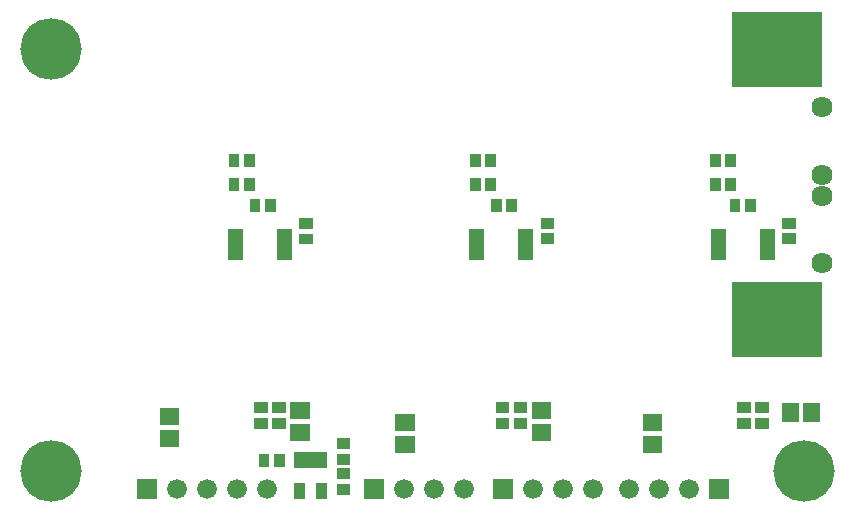
<source format=gbr>
G04 start of page 9 for group -4062 idx -4062 *
G04 Title: power, soldermask *
G04 Creator: pcb 20140316 *
G04 CreationDate: Tue 06 Jun 2017 06:55:07 AM GMT UTC *
G04 For: brian *
G04 Format: Gerber/RS-274X *
G04 PCB-Dimensions (mil): 6000.00 5000.00 *
G04 PCB-Coordinate-Origin: lower left *
%MOIN*%
%FSLAX25Y25*%
%LNBOTTOMMASK*%
%ADD118R,0.2500X0.2500*%
%ADD117R,0.0285X0.0285*%
%ADD116R,0.0380X0.0380*%
%ADD115R,0.0355X0.0355*%
%ADD114R,0.0572X0.0572*%
%ADD113C,0.0705*%
%ADD112C,0.2050*%
%ADD111C,0.0660*%
%ADD110C,0.0001*%
%ADD109C,0.0010*%
G54D109*X192827Y429905D03*
X197551D03*
X202276D03*
X192827Y425181D03*
Y420456D03*
Y415732D03*
X197551Y425181D03*
Y420456D03*
Y415732D03*
Y411008D03*
X202276D03*
X207000D03*
X211724D03*
X207000Y429905D03*
X211724D03*
X216449D03*
X221173D03*
X202276Y425181D03*
Y420456D03*
X207000D03*
X211724D03*
X216449D03*
X221173D03*
X207000Y425181D03*
X211724D03*
X216449D03*
X221173D03*
X202276Y415732D03*
X207000D03*
X211724D03*
X216449D03*
X221173D03*
Y411008D03*
X216449D03*
X192827D03*
Y365905D03*
Y347008D03*
G54D110*G36*
X195200Y279800D02*Y273200D01*
X201800D01*
Y279800D01*
X195200D01*
G37*
G54D111*X208500Y276500D03*
X218500D03*
X228500D03*
G54D109*X197551Y365905D03*
X202276D03*
X207000D03*
X211724D03*
X216449D03*
X221173D03*
X202276Y361181D03*
Y356456D03*
X207000D03*
X211724D03*
X216449D03*
X221173D03*
X207000Y361181D03*
X211724D03*
X216449D03*
X221173D03*
X192827D03*
Y356456D03*
Y351732D03*
X197551Y361181D03*
Y356456D03*
Y351732D03*
X202276D03*
X207000D03*
X211724D03*
X216449D03*
X221173D03*
X197551Y347008D03*
X202276D03*
X207000D03*
X211724D03*
X216449D03*
X221173D03*
X273327Y429905D03*
X278051D03*
X282776D03*
X273327Y425181D03*
Y420456D03*
Y415732D03*
X278051Y425181D03*
Y420456D03*
Y415732D03*
Y411008D03*
X282776D03*
X287500D03*
X292224D03*
X287500Y429905D03*
X292224D03*
X296949D03*
X301673D03*
X282776Y425181D03*
Y420456D03*
X287500D03*
X292224D03*
X296949D03*
X301673D03*
X287500Y425181D03*
X292224D03*
X296949D03*
X301673D03*
X282776Y415732D03*
X287500D03*
X292224D03*
X296949D03*
X301673D03*
Y411008D03*
X296949D03*
X273327D03*
Y365905D03*
Y347008D03*
X278051Y365905D03*
X282776D03*
X287500D03*
X292224D03*
X296949D03*
X301673D03*
X282776Y361181D03*
Y356456D03*
X287500D03*
X292224D03*
X296949D03*
X301673D03*
X287500Y361181D03*
X292224D03*
X296949D03*
X301673D03*
G54D111*X293500Y276500D03*
X283500D03*
G54D110*G36*
X238200Y279800D02*Y273200D01*
X244800D01*
Y279800D01*
X238200D01*
G37*
G54D111*X251500Y276500D03*
X261500D03*
X271500D03*
G54D109*X273327Y361181D03*
Y356456D03*
Y351732D03*
X278051Y361181D03*
Y356456D03*
Y351732D03*
X282776D03*
X287500D03*
X292224D03*
X296949D03*
X301673D03*
X278051Y347008D03*
X282776D03*
X287500D03*
X292224D03*
X296949D03*
X301673D03*
G54D110*G36*
X310200Y279800D02*Y273200D01*
X316800D01*
Y279800D01*
X310200D01*
G37*
G54D112*X342000Y282500D03*
G54D111*X303500Y276500D03*
G54D113*X348000Y351736D03*
Y381264D03*
Y403764D03*
Y374236D03*
G54D109*X112327Y429905D03*
X117051D03*
X121776D03*
X112327Y425181D03*
Y420456D03*
Y415732D03*
X117051Y425181D03*
Y420456D03*
Y415732D03*
Y411008D03*
X121776D03*
X126500D03*
X131224D03*
X126500Y429905D03*
X131224D03*
X135949D03*
X140673D03*
X121776Y425181D03*
Y420456D03*
X126500D03*
X131224D03*
X135949D03*
X140673D03*
X126500Y425181D03*
X131224D03*
X135949D03*
X140673D03*
X121776Y415732D03*
X126500D03*
X131224D03*
X135949D03*
X140673D03*
Y411008D03*
X135949D03*
X112327D03*
Y365905D03*
Y347008D03*
G54D112*X91000Y282500D03*
Y423000D03*
G54D110*G36*
X119700Y279800D02*Y273200D01*
X126300D01*
Y279800D01*
X119700D01*
G37*
G54D111*X133000Y276500D03*
X143000D03*
X153000D03*
X163000D03*
G54D109*X117051Y365905D03*
X121776D03*
X126500D03*
X131224D03*
X135949D03*
X140673D03*
X121776Y361181D03*
Y356456D03*
X126500D03*
X131224D03*
X135949D03*
X140673D03*
X126500Y361181D03*
X131224D03*
X135949D03*
X140673D03*
X112327D03*
Y356456D03*
Y351732D03*
X117051Y361181D03*
Y356456D03*
Y351732D03*
X121776D03*
X126500D03*
X131224D03*
X135949D03*
X140673D03*
X117051Y347008D03*
X121776D03*
X126500D03*
X131224D03*
X135949D03*
X140673D03*
G54D114*X291107Y291457D02*X291893D01*
X291107Y298543D02*X291893D01*
G54D115*X321508Y298441D02*X322492D01*
X321508Y303559D02*X322492D01*
X327508D02*X328492D01*
G54D114*X337457Y302393D02*Y301607D01*
X344543Y302393D02*Y301607D01*
G54D115*X327508Y298441D02*X328492D01*
G54D114*X208607Y291457D02*X209393D01*
X208607Y298543D02*X209393D01*
G54D115*X188008Y276441D02*X188992D01*
G54D116*X181200Y276700D02*Y275100D01*
X173800Y276700D02*Y275100D01*
G54D115*X188008Y281559D02*X188992D01*
X188008Y291559D02*X188992D01*
X188008Y286441D02*X188992D01*
X247008Y303559D02*X247992D01*
X247008Y298441D02*X247992D01*
X241008Y303559D02*X241992D01*
X241008Y298441D02*X241992D01*
G54D114*X254107Y302543D02*X254893D01*
X254107Y295457D02*X254893D01*
X130107Y293457D02*X130893D01*
X130107Y300543D02*X130893D01*
G54D115*X161941Y286492D02*Y285508D01*
X167059Y286492D02*Y285508D01*
X166508Y303559D02*X167492D01*
X166508Y298441D02*X167492D01*
X160508Y303559D02*X161492D01*
X160508Y298441D02*X161492D01*
G54D114*X173607Y302543D02*X174393D01*
X173607Y295457D02*X174393D01*
G54D116*X173800Y286900D02*Y285300D01*
X177500Y286900D02*Y285300D01*
X181200Y286900D02*Y285300D01*
G54D115*X312441Y378492D02*Y377508D01*
X317559Y378492D02*Y377508D01*
G54D117*X231775Y354161D02*X233875D01*
X231775Y356720D02*X233875D01*
X231775Y359280D02*X233875D01*
X231775Y361839D02*X233875D01*
X248125D02*X250225D01*
X248125Y359280D02*X250225D01*
X248125Y356720D02*X250225D01*
X248125Y354161D02*X250225D01*
G54D115*X256008Y359941D02*X256992D01*
X256008Y365059D02*X256992D01*
X158941Y371492D02*Y370508D01*
X164059Y371492D02*Y370508D01*
X151941Y378492D02*Y377508D01*
X157059Y378492D02*Y377508D01*
X232441Y386492D02*Y385508D01*
X237559Y386492D02*Y385508D01*
X232441Y378492D02*Y377508D01*
X237559Y378492D02*Y377508D01*
X239441Y371492D02*Y370508D01*
X244559Y371492D02*Y370508D01*
G54D117*X151275Y354161D02*X153375D01*
X151275Y356720D02*X153375D01*
X151275Y359280D02*X153375D01*
X151275Y361839D02*X153375D01*
X167625D02*X169725D01*
X167625Y359280D02*X169725D01*
X167625Y356720D02*X169725D01*
X167625Y354161D02*X169725D01*
G54D115*X175508Y359882D02*X176492D01*
X175508Y365000D02*X176492D01*
X151941Y386492D02*Y385508D01*
X157059Y386492D02*Y385508D01*
G54D118*X330500Y423000D02*X335500D01*
G54D115*X312441Y386492D02*Y385508D01*
X317559Y386492D02*Y385508D01*
G54D117*X312275Y354161D02*X314375D01*
X328625D02*X330725D01*
X312275Y356720D02*X314375D01*
X312275Y359280D02*X314375D01*
X312275Y361839D02*X314375D01*
X328625D02*X330725D01*
X328625Y359280D02*X330725D01*
X328625Y356720D02*X330725D01*
G54D115*X318941Y371492D02*Y370508D01*
X324059Y371492D02*Y370508D01*
X336508Y359941D02*X337492D01*
X336508Y365059D02*X337492D01*
G54D118*X330500Y333000D02*X335500D01*
M02*

</source>
